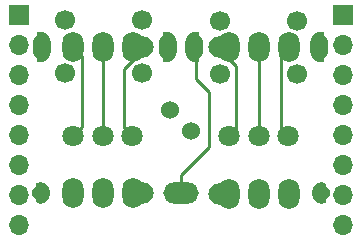
<source format=gbr>
%TF.GenerationSoftware,KiCad,Pcbnew,(6.0.2)*%
%TF.CreationDate,2022-07-09T21:30:07+01:00*%
%TF.ProjectId,universal pcb,756e6976-6572-4736-916c-207063622e6b,rev?*%
%TF.SameCoordinates,Original*%
%TF.FileFunction,Copper,L2,Bot*%
%TF.FilePolarity,Positive*%
%FSLAX46Y46*%
G04 Gerber Fmt 4.6, Leading zero omitted, Abs format (unit mm)*
G04 Created by KiCad (PCBNEW (6.0.2)) date 2022-07-09 21:30:07*
%MOMM*%
%LPD*%
G01*
G04 APERTURE LIST*
G04 Aperture macros list*
%AMFreePoly0*
4,1,33,0.278115,1.275951,0.450000,1.199423,0.602218,1.088830,0.728115,0.949007,0.822191,0.786063,0.880333,0.607121,0.900000,0.420000,0.900000,-0.420000,0.880333,-0.607121,0.822191,-0.786063,0.728115,-0.949007,0.602218,-1.088830,0.450000,-1.199423,0.278115,-1.275951,0.094076,-1.315070,-0.094076,-1.315070,-0.278115,-1.275951,-0.450000,-1.199423,-0.602218,-1.088830,-0.728115,-0.949007,
-0.822191,-0.786063,-0.880333,-0.607121,-0.900000,-0.420000,-0.900000,0.420000,-0.880333,0.607121,-0.822191,0.786063,-0.728115,0.949007,-0.602218,1.088830,-0.450000,1.199423,-0.278115,1.275951,-0.094076,1.315070,0.094076,1.315070,0.278115,1.275951,0.278115,1.275951,$1*%
%AMFreePoly1*
4,1,33,0.278115,1.240951,0.450000,1.164423,0.602218,1.053830,0.728115,0.914007,0.822191,0.751063,0.880333,0.572121,0.900000,0.385000,0.900000,-0.385000,0.880333,-0.572121,0.822191,-0.751063,0.728115,-0.914007,0.602218,-1.053830,0.450000,-1.164423,0.278115,-1.240951,0.094076,-1.280070,-0.094076,-1.280070,-0.285000,-1.240000,-0.285000,-0.910828,-0.300000,-0.904615,-0.424264,-0.809264,
-0.519615,-0.685000,-0.579555,-0.540291,-0.600000,-0.385000,-0.600000,0.385000,-0.579555,0.540291,-0.519615,0.685000,-0.424264,0.809264,-0.300000,0.904615,-0.285000,0.910828,-0.285000,1.240000,-0.094076,1.280070,0.094076,1.280070,0.278115,1.240951,0.278115,1.240951,$1*%
%AMFreePoly2*
4,1,33,0.285000,1.240000,0.285000,0.910828,0.300000,0.904615,0.424264,0.809264,0.519615,0.685000,0.579555,0.540291,0.600000,0.385000,0.600000,-0.385000,0.579555,-0.540291,0.519615,-0.685000,0.424264,-0.809264,0.300000,-0.904615,0.285000,-0.910828,0.285000,-1.240000,0.094076,-1.280070,-0.094076,-1.280070,-0.278115,-1.240951,-0.450000,-1.164423,-0.602218,-1.053830,-0.728115,-0.914007,
-0.822191,-0.751063,-0.880333,-0.572121,-0.900000,-0.385000,-0.900000,0.385000,-0.880333,0.572121,-0.822191,0.751063,-0.728115,0.914007,-0.602218,1.053830,-0.450000,1.164423,-0.278115,1.240951,-0.094076,1.280070,0.094076,1.280070,0.285000,1.240000,0.285000,1.240000,$1*%
%AMFreePoly3*
4,1,33,-0.002237,0.887946,0.166826,0.836742,0.280000,0.750000,0.280000,0.527899,0.300000,0.519615,0.424264,0.424264,0.519615,0.300000,0.579555,0.155291,0.600000,0.000000,0.579555,-0.155291,0.519615,-0.300000,0.424264,-0.424264,0.300000,-0.519615,0.280000,-0.527899,0.280000,-0.780000,0.078042,-0.868969,-0.096054,-0.898884,-0.272363,-0.887946,-0.441426,-0.836742,-0.594175,-0.748018,
-0.722417,-0.626534,-0.819271,-0.478806,-0.879544,-0.312759,-0.900000,-0.137300,-0.900000,0.137300,-0.894152,0.231571,-0.852165,0.403156,-0.771831,0.560480,-0.657460,0.695103,-0.515186,0.799805,-0.352642,0.868969,-0.178546,0.898884,-0.002237,0.887946,-0.002237,0.887946,$1*%
G04 Aperture macros list end*
%TA.AperFunction,ComponentPad*%
%ADD10C,1.800000*%
%TD*%
%TA.AperFunction,ComponentPad*%
%ADD11O,1.800000X2.570000*%
%TD*%
%TA.AperFunction,ComponentPad*%
%ADD12FreePoly0,270.000000*%
%TD*%
%TA.AperFunction,ComponentPad*%
%ADD13FreePoly1,0.000000*%
%TD*%
%TA.AperFunction,ComponentPad*%
%ADD14C,1.700000*%
%TD*%
%TA.AperFunction,ComponentPad*%
%ADD15FreePoly0,90.000000*%
%TD*%
%TA.AperFunction,ComponentPad*%
%ADD16FreePoly2,0.000000*%
%TD*%
%TA.AperFunction,ComponentPad*%
%ADD17O,3.000000X1.800000*%
%TD*%
%TA.AperFunction,ComponentPad*%
%ADD18FreePoly3,0.000000*%
%TD*%
%TA.AperFunction,ComponentPad*%
%ADD19FreePoly3,180.000000*%
%TD*%
%TA.AperFunction,ComponentPad*%
%ADD20C,1.524000*%
%TD*%
%TA.AperFunction,ComponentPad*%
%ADD21R,1.700000X1.700000*%
%TD*%
%TA.AperFunction,ComponentPad*%
%ADD22O,1.700000X1.700000*%
%TD*%
%TA.AperFunction,Conductor*%
%ADD23C,0.250000*%
%TD*%
G04 APERTURE END LIST*
D10*
%TO.P,THONKISWITCHPOT\u002A\u002A,1*%
%TO.N,N/C*%
X5900000Y-12555000D03*
%TO.P,THONKISWITCHPOT\u002A\u002A,2*%
X8400000Y-12555000D03*
%TO.P,THONKISWITCHPOT\u002A\u002A,3*%
X10900000Y-12555000D03*
D11*
%TO.P,THONKISWITCHPOT\u002A\u002A,4*%
X5860000Y-5055000D03*
%TO.P,THONKISWITCHPOT\u002A\u002A,5*%
X8400000Y-5055000D03*
%TO.P,THONKISWITCHPOT\u002A\u002A,6*%
X10950000Y-5055000D03*
D12*
X11360000Y-5055000D03*
D13*
%TO.P,THONKISWITCHPOT\u002A\u002A,7*%
X13705000Y-5055000D03*
%TO.P,THONKISWITCHPOT\u002A\u002A,8*%
X3095000Y-5055000D03*
D14*
%TO.P,THONKISWITCHPOT\u002A\u002A,9*%
X11700000Y-2755000D03*
%TO.P,THONKISWITCHPOT\u002A\u002A,10*%
X5200000Y-2755000D03*
%TO.P,THONKISWITCHPOT\u002A\u002A,11*%
X11700000Y-7255000D03*
%TO.P,THONKISWITCHPOT\u002A\u002A,12*%
X5200000Y-7255000D03*
%TD*%
D10*
%TO.P,THONKISWITCHPOT\u002A\u002A,1*%
%TO.N,N/C*%
X24105000Y-12560000D03*
%TO.P,THONKISWITCHPOT\u002A\u002A,2*%
X21605000Y-12560000D03*
%TO.P,THONKISWITCHPOT\u002A\u002A,3*%
X19105000Y-12560000D03*
D11*
%TO.P,THONKISWITCHPOT\u002A\u002A,4*%
X24145000Y-5060000D03*
%TO.P,THONKISWITCHPOT\u002A\u002A,5*%
X21605000Y-5060000D03*
%TO.P,THONKISWITCHPOT\u002A\u002A,6*%
X19055000Y-5060000D03*
D15*
X18645000Y-5060000D03*
D16*
%TO.P,THONKISWITCHPOT\u002A\u002A,7*%
X16300000Y-5060000D03*
%TO.P,THONKISWITCHPOT\u002A\u002A,8*%
X26910000Y-5060000D03*
D14*
%TO.P,THONKISWITCHPOT\u002A\u002A,9*%
X18355000Y-2810000D03*
%TO.P,THONKISWITCHPOT\u002A\u002A,10*%
X24855000Y-2810000D03*
%TO.P,THONKISWITCHPOT\u002A\u002A,11*%
X18355000Y-7310000D03*
%TO.P,THONKISWITCHPOT\u002A\u002A,12*%
X24855000Y-7310000D03*
%TD*%
D17*
%TO.P,THONK,1*%
%TO.N,N/C*%
X15000000Y-17445000D03*
D18*
%TO.P,THONK,3*%
X27000000Y-17445000D03*
D19*
X3000000Y-17445000D03*
D11*
%TO.P,THONK,4*%
X5860000Y-17445000D03*
X24140000Y-17485000D03*
%TO.P,THONK,5*%
X21600000Y-17485000D03*
X8400000Y-17445000D03*
%TO.P,THONK,6*%
X19050000Y-17485000D03*
D12*
X11360000Y-17445000D03*
D11*
X10950000Y-17445000D03*
D15*
X18640000Y-17485000D03*
%TD*%
D20*
%TO.P,REF\u002A\u002A,1*%
%TO.N,N/C*%
X14100000Y-10350000D03*
%TO.P,REF\u002A\u002A,3*%
X15900000Y-12150000D03*
%TD*%
D21*
%TO.P,REF\u002A\u002A,1*%
%TO.N,N/C*%
X1270000Y-2360000D03*
D22*
%TO.P,REF\u002A\u002A,2*%
X1270000Y-4900000D03*
%TO.P,REF\u002A\u002A,3*%
X1270000Y-7440000D03*
%TO.P,REF\u002A\u002A,4*%
X1270000Y-9980000D03*
%TO.P,REF\u002A\u002A,5*%
X1270000Y-12520000D03*
%TO.P,REF\u002A\u002A,6*%
X1270000Y-15060000D03*
%TO.P,REF\u002A\u002A,7*%
X1270000Y-17600000D03*
%TO.P,REF\u002A\u002A,8*%
X1270000Y-20140000D03*
%TD*%
%TO.P,REF\u002A\u002A,8*%
%TO.N,N/C*%
X28730000Y-20140000D03*
%TO.P,REF\u002A\u002A,7*%
X28730000Y-17600000D03*
%TO.P,REF\u002A\u002A,6*%
X28730000Y-15060000D03*
%TO.P,REF\u002A\u002A,5*%
X28730000Y-12520000D03*
%TO.P,REF\u002A\u002A,4*%
X28730000Y-9980000D03*
%TO.P,REF\u002A\u002A,3*%
X28730000Y-7440000D03*
%TO.P,REF\u002A\u002A,2*%
X28730000Y-4900000D03*
D21*
%TO.P,REF\u002A\u002A,1*%
X28730000Y-2360000D03*
%TD*%
D23*
%TO.N,*%
X16300000Y-7800000D02*
X16300000Y-5060000D01*
X15000000Y-17445000D02*
X15000000Y-15900000D01*
X23460000Y-5745000D02*
X24145000Y-5060000D01*
X15000000Y-15900000D02*
X17400000Y-13500000D01*
X19055000Y-6055000D02*
X19055000Y-5060000D01*
X19105000Y-12560000D02*
X19700000Y-11965000D01*
X10950000Y-6150000D02*
X10950000Y-5055000D01*
X10900000Y-12555000D02*
X10200000Y-11855000D01*
X17400000Y-8900000D02*
X16300000Y-7800000D01*
X19700000Y-6700000D02*
X19055000Y-6055000D01*
X17400000Y-13500000D02*
X17400000Y-8900000D01*
X6600000Y-5795000D02*
X5860000Y-5055000D01*
X21605000Y-12560000D02*
X21605000Y-5060000D01*
X10200000Y-6900000D02*
X10950000Y-6150000D01*
X24105000Y-12560000D02*
X23460000Y-11915000D01*
X19700000Y-11965000D02*
X19700000Y-6700000D01*
X8400000Y-12555000D02*
X8400000Y-5055000D01*
X10200000Y-11855000D02*
X10200000Y-6900000D01*
X5900000Y-12555000D02*
X6600000Y-11855000D01*
X23460000Y-11915000D02*
X23460000Y-5745000D01*
X6600000Y-11855000D02*
X6600000Y-5795000D01*
%TD*%
M02*

</source>
